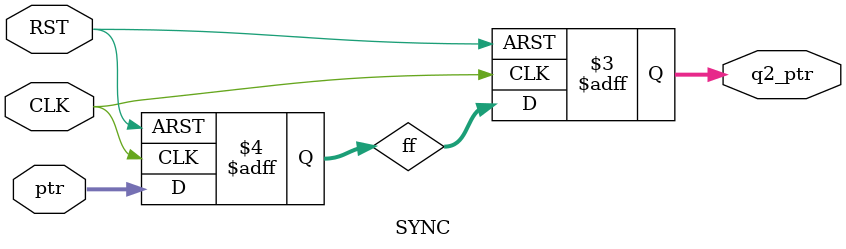
<source format=v>
module SYNC # (
    parameter ADDRSIZE = 4
) (
    input  wire                 CLK,
    input  wire                 RST,
    input  wire [ADDRSIZE : 0]  ptr,
    output reg  [ADDRSIZE : 0]  q2_ptr
);

reg [ADDRSIZE : 0] ff;

always @(posedge CLK or negedge RST) 
    begin
        if (!RST) 
            begin
                {q2_ptr, ff} <= 0;
            end
        else
            begin
                {q2_ptr, ff} <= {ff, ptr};
            end           
    end
    
endmodule
</source>
